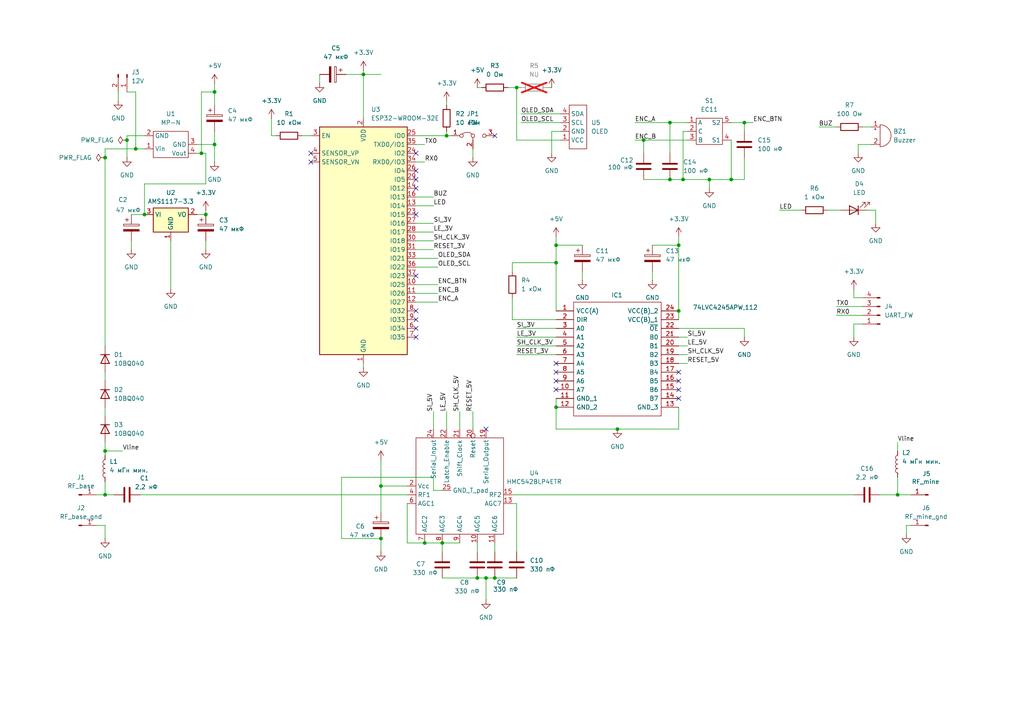
<source format=kicad_sch>
(kicad_sch (version 20231120) (generator "eeschema") (generator_version "8.0")
  (paper "A4")
  (lib_symbols
    (symbol "Alexeyj4_Library:74LVC4245APW,112" (pin_names (offset 0.762))
      (property "Reference" "IC" (at 31.75 7.62 0))
      (property "Value" "74LVC4245APW,112" (at 31.75 5.08 0))
      (symbol "74LVC4245APW,112_0_0"
        (pin passive line (at 0 0 0) (length 5.08) (name "VCC(A)") (number "1"))
        (pin passive line (at 0 -22.86 0) (length 5.08) (name "A7") (number "10"))
        (pin passive line (at 0 -25.4 0) (length 5.08) (name "GND_1") (number "11"))
        (pin passive line (at 0 -27.94 0) (length 5.08) (name "GND_2") (number "12"))
        (pin passive line (at 35.56 -27.94 180) (length 5.08) (name "GND_3") (number "13"))
        (pin passive line (at 35.56 -25.4 180) (length 5.08) (name "B7") (number "14"))
        (pin passive line (at 35.56 -22.86 180) (length 5.08) (name "B6") (number "15"))
        (pin passive line (at 35.56 -20.32 180) (length 5.08) (name "B5") (number "16"))
        (pin passive line (at 35.56 -17.78 180) (length 5.08) (name "B4") (number "17"))
        (pin passive line (at 35.56 -15.24 180) (length 5.08) (name "B3") (number "18"))
        (pin passive line (at 35.56 -12.7 180) (length 5.08) (name "B2") (number "19"))
        (pin passive line (at 0 -2.54 0) (length 5.08) (name "DIR") (number "2"))
        (pin passive line (at 35.56 -10.16 180) (length 5.08) (name "B1") (number "20"))
        (pin passive line (at 35.56 -7.62 180) (length 5.08) (name "B0") (number "21"))
        (pin passive line (at 35.56 -5.08 180) (length 5.08) (name "~{OE}") (number "22"))
        (pin passive line (at 35.56 -2.54 180) (length 5.08) (name "VCC(B)_1") (number "23"))
        (pin passive line (at 35.56 0 180) (length 5.08) (name "VCC(B)_2") (number "24"))
        (pin passive line (at 0 -5.08 0) (length 5.08) (name "A0") (number "3"))
        (pin passive line (at 0 -7.62 0) (length 5.08) (name "A1") (number "4"))
        (pin passive line (at 0 -10.16 0) (length 5.08) (name "A2") (number "5"))
        (pin passive line (at 0 -12.7 0) (length 5.08) (name "A3") (number "6"))
        (pin passive line (at 0 -15.24 0) (length 5.08) (name "A4") (number "7"))
        (pin passive line (at 0 -17.78 0) (length 5.08) (name "A5") (number "8"))
        (pin passive line (at 0 -20.32 0) (length 5.08) (name "A6") (number "9"))
      )
    )
    (symbol "Alexeyj4_Library:EC11_rotary_encoder"
      (property "Reference" "S" (at 5.334 5.842 0))
      (property "Value" "EC11" (at 6.604 3.556 0))
      (symbol "EC11_rotary_encoder_1_1"
        (pin passive line (at -2.54 -6.35 90) (length 2.54) (name "A") (number "1"))
        (pin passive line (at 0 -6.35 90) (length 2.54) (name "C") (number "2"))
        (pin passive line (at 2.54 -6.35 90) (length 2.54) (name "B") (number "3"))
        (pin passive line (at 2.54 6.35 270) (length 2.54) (name "S1") (number "4"))
        (pin passive line (at -2.54 6.35 270) (length 2.54) (name "S2") (number "5"))
      )
    )
    (symbol "Alexeyj4_Library:HMC542BLP4ETR"
      (property "Reference" "U4" (at 21.59 3.7786 0))
      (property "Value" "HMC542BLP4ETR" (at 21.59 1.2386 0))
      (symbol "HMC542BLP4ETR_1_1"
        (pin bidirectional line (at 5.08 -16.51 90) (length 2.54) (name "AGC5") (number "10"))
        (pin bidirectional line (at 10.16 -16.51 90) (length 2.54) (name "AGC6") (number "11"))
        (pin bidirectional line (at 15.24 -5.08 180) (length 2.54) (name "AGC7") (number "13"))
        (pin bidirectional line (at 15.24 -2.54 180) (length 2.54) (name "RF2") (number "15"))
        (pin output line (at 7.62 16.51 270) (length 2.54) (name "Serial_Output") (number "19"))
        (pin input line (at -15.24 0 0) (length 2.54) (name "Vcc") (number "2"))
        (pin input inverted (at 3.81 16.51 270) (length 2.54) (name "Reset") (number "20"))
        (pin input line (at 0 16.51 270) (length 2.54) (name "Shift_Clock") (number "21"))
        (pin input line (at -3.81 16.51 270) (length 2.54) (name "Latch_Enable") (number "22"))
        (pin input line (at -7.62 16.51 270) (length 2.54) (name "Serial_Input") (number "24"))
        (pin power_in line (at -5.08 -1.27 0) (length 2.54) (name "GND_T_pad") (number "25"))
        (pin bidirectional line (at -15.24 -2.54 0) (length 2.54) (name "RF1") (number "4"))
        (pin bidirectional line (at -15.24 -5.08 0) (length 2.54) (name "AGC1") (number "6"))
        (pin bidirectional line (at -10.16 -16.51 90) (length 2.54) (name "AGC2") (number "7"))
        (pin bidirectional line (at -5.08 -16.51 90) (length 2.54) (name "AGC3") (number "8"))
        (pin bidirectional line (at 0 -16.51 90) (length 2.54) (name "AGC4") (number "9"))
      )
    )
    (symbol "Alexeyj4_Library:MPN"
      (property "Reference" "U" (at 0 4.826 0))
      (property "Value" "MP-N" (at 0 0 0))
      (symbol "MPN_1_1"
        (pin power_in line (at -7.62 -1.27 0) (length 2.54) (name "Vin") (number "1"))
        (pin power_in line (at -7.62 2.54 0) (length 2.54) (name "GND") (number "2"))
        (pin passive line (at 7.62 0 180) (length 2.54) (name "GND") (number "3"))
        (pin power_out line (at 7.62 -2.54 180) (length 2.54) (name "Vout") (number "4"))
      )
    )
    (symbol "Alexeyj4_Library:OLED I2C"
      (property "Reference" "U" (at 7.112 1.016 0))
      (property "Value" "OLED" (at 8.89 -1.016 0))
      (symbol "OLED I2C_1_1"
        (pin input line (at -3.81 5.08 270) (length 2.54) (name "VCC") (number "1"))
        (pin input line (at -1.27 5.08 270) (length 2.54) (name "GND") (number "2"))
        (pin input line (at 1.27 5.08 270) (length 2.54) (name "SCL") (number "3"))
        (pin input line (at 3.81 5.08 270) (length 2.54) (name "SDA") (number "4"))
      )
    )
    (symbol "Connector:Conn_01x01_Pin" (pin_names (offset 1.016) hide)
      (property "Reference" "J" (at 0 2.54 0))
      (property "Value" "Conn_01x01_Pin" (at 0 -2.54 0))
      (symbol "Conn_01x01_Pin_1_1"
        (pin passive line (at 5.08 0 180) (length 3.81) (name "Pin_1") (number "1"))
      )
    )
    (symbol "Connector:Conn_01x02_Pin" (pin_names (offset 1.016) hide)
      (property "Reference" "J" (at 0 2.54 0))
      (property "Value" "Conn_01x02_Pin" (at 0 -5.08 0))
      (symbol "Conn_01x02_Pin_1_1"
        (pin passive line (at 5.08 0 180) (length 3.81) (name "Pin_1") (number "1"))
        (pin passive line (at 5.08 -2.54 180) (length 3.81) (name "Pin_2") (number "2"))
      )
    )
    (symbol "Connector:Conn_01x04_Pin" (pin_names (offset 1.016) hide)
      (property "Reference" "J" (at 0 5.08 0))
      (property "Value" "Conn_01x04_Pin" (at 0 -7.62 0))
      (symbol "Conn_01x04_Pin_1_1"
        (pin passive line (at 5.08 2.54 180) (length 3.81) (name "Pin_1") (number "1"))
        (pin passive line (at 5.08 0 180) (length 3.81) (name "Pin_2") (number "2"))
        (pin passive line (at 5.08 -2.54 180) (length 3.81) (name "Pin_3") (number "3"))
        (pin passive line (at 5.08 -5.08 180) (length 3.81) (name "Pin_4") (number "4"))
      )
    )
    (symbol "Device:Buzzer" (pin_names (offset 0.0254) hide)
      (property "Reference" "BZ" (at 3.81 1.27 0))
      (property "Value" "Buzzer" (at 3.81 -1.27 0))
      (symbol "Buzzer_1_1"
        (pin passive line (at -2.54 2.54 0) (length 2.54) (name "+") (number "1"))
        (pin passive line (at -2.54 -2.54 0) (length 2.54) (name "-") (number "2"))
      )
    )
    (symbol "Device:C" (pin_numbers hide) (pin_names (offset 0.254))
      (property "Reference" "C" (at 0.635 2.54 0))
      (property "Value" "C" (at 0.635 -2.54 0))
      (symbol "C_1_1"
        (pin passive line (at 0 3.81 270) (length 2.794) (name "~") (number "1"))
        (pin passive line (at 0 -3.81 90) (length 2.794) (name "~") (number "2"))
      )
    )
    (symbol "Device:C_Polarized" (pin_numbers hide) (pin_names (offset 0.254))
      (property "Reference" "C" (at 0.635 2.54 0))
      (property "Value" "C_Polarized" (at 0.635 -2.54 0))
      (symbol "C_Polarized_1_1"
        (pin passive line (at 0 3.81 270) (length 2.794) (name "~") (number "1"))
        (pin passive line (at 0 -3.81 90) (length 2.794) (name "~") (number "2"))
      )
    )
    (symbol "Device:D" (pin_numbers hide) (pin_names (offset 1.016) hide)
      (property "Reference" "D" (at 0 2.54 0))
      (property "Value" "D" (at 0 -2.54 0))
      (symbol "D_1_1"
        (pin passive line (at -3.81 0 0) (length 2.54) (name "K") (number "1"))
        (pin passive line (at 3.81 0 180) (length 2.54) (name "A") (number "2"))
      )
    )
    (symbol "Device:L" (pin_numbers hide) (pin_names (offset 1.016) hide)
      (property "Reference" "L" (at -1.27 0 90))
      (property "Value" "L" (at 1.905 0 90))
      (symbol "L_1_1"
        (pin passive line (at 0 3.81 270) (length 1.27) (name "1") (number "1"))
        (pin passive line (at 0 -3.81 90) (length 1.27) (name "2") (number "2"))
      )
    )
    (symbol "Device:LED" (pin_numbers hide) (pin_names (offset 1.016) hide)
      (property "Reference" "D" (at 0 2.54 0))
      (property "Value" "LED" (at 0 -2.54 0))
      (symbol "LED_1_1"
        (pin passive line (at -3.81 0 0) (length 2.54) (name "K") (number "1"))
        (pin passive line (at 3.81 0 180) (length 2.54) (name "A") (number "2"))
      )
    )
    (symbol "Device:R" (pin_numbers hide) (pin_names (offset 0))
      (property "Reference" "R" (at 2.032 0 90))
      (property "Value" "R" (at 0 0 90))
      (symbol "R_1_1"
        (pin passive line (at 0 3.81 270) (length 1.27) (name "~") (number "1"))
        (pin passive line (at 0 -3.81 90) (length 1.27) (name "~") (number "2"))
      )
    )
    (symbol "Jumper:Jumper_3_Bridged12" (pin_names (offset 0) hide) (exclude_from_sim yes) (in_bom no)
      (property "Reference" "JP" (at -2.54 -2.54 0))
      (property "Value" "Jumper_3_Bridged12" (at 0 2.794 0))
      (symbol "Jumper_3_Bridged12_1_1"
        (pin passive line (at -6.35 0 0) (length 2.54) (name "A") (number "1"))
        (pin passive line (at 0 -3.81 90) (length 2.54) (name "C") (number "2"))
        (pin passive line (at 6.35 0 180) (length 2.54) (name "B") (number "3"))
      )
    )
    (symbol "RF_Module:ESP32-WROOM-32E"
      (property "Reference" "U" (at -12.7 34.29 0))
      (property "Value" "ESP32-WROOM-32E" (at 1.27 34.29 0))
      (symbol "ESP32-WROOM-32E_1_1"
        (pin power_in line (at 0 -35.56 90) (length 2.54) (name "GND") (number "1"))
        (pin bidirectional line (at 15.24 -12.7 180) (length 2.54) (name "IO25") (number "10"))
        (pin bidirectional line (at 15.24 -15.24 180) (length 2.54) (name "IO26") (number "11"))
        (pin bidirectional line (at 15.24 -17.78 180) (length 2.54) (name "IO27") (number "12"))
        (pin bidirectional line (at 15.24 10.16 180) (length 2.54) (name "IO14") (number "13"))
        (pin bidirectional line (at 15.24 15.24 180) (length 2.54) (name "IO12") (number "14"))
        (pin passive line (at 0 -35.56 90) (length 2.54) hide (name "GND") (number "15"))
        (pin bidirectional line (at 15.24 12.7 180) (length 2.54) (name "IO13") (number "16"))
        (pin no_connect line (at -12.7 -5.08 0) (length 2.54) hide (name "NC") (number "17"))
        (pin no_connect line (at -12.7 -7.62 0) (length 2.54) hide (name "NC") (number "18"))
        (pin no_connect line (at -12.7 -12.7 0) (length 2.54) hide (name "NC") (number "19"))
        (pin power_in line (at 0 35.56 270) (length 2.54) (name "VDD") (number "2"))
        (pin no_connect line (at -12.7 -10.16 0) (length 2.54) hide (name "NC") (number "20"))
        (pin no_connect line (at -12.7 0 0) (length 2.54) hide (name "NC") (number "21"))
        (pin no_connect line (at -12.7 -2.54 0) (length 2.54) hide (name "NC") (number "22"))
        (pin bidirectional line (at 15.24 7.62 180) (length 2.54) (name "IO15") (number "23"))
        (pin bidirectional line (at 15.24 25.4 180) (length 2.54) (name "IO2") (number "24"))
        (pin bidirectional line (at 15.24 30.48 180) (length 2.54) (name "IO0") (number "25"))
        (pin bidirectional line (at 15.24 20.32 180) (length 2.54) (name "IO4") (number "26"))
        (pin bidirectional line (at 15.24 5.08 180) (length 2.54) (name "IO16") (number "27"))
        (pin bidirectional line (at 15.24 2.54 180) (length 2.54) (name "IO17") (number "28"))
        (pin bidirectional line (at 15.24 17.78 180) (length 2.54) (name "IO5") (number "29"))
        (pin input line (at -15.24 30.48 0) (length 2.54) (name "EN") (number "3"))
        (pin bidirectional line (at 15.24 0 180) (length 2.54) (name "IO18") (number "30"))
        (pin bidirectional line (at 15.24 -2.54 180) (length 2.54) (name "IO19") (number "31"))
        (pin no_connect line (at -12.7 -27.94 0) (length 2.54) hide (name "NC") (number "32"))
        (pin bidirectional line (at 15.24 -5.08 180) (length 2.54) (name "IO21") (number "33"))
        (pin bidirectional line (at 15.24 22.86 180) (length 2.54) (name "RXD0/IO3") (number "34"))
        (pin bidirectional line (at 15.24 27.94 180) (length 2.54) (name "TXD0/IO1") (number "35"))
        (pin bidirectional line (at 15.24 -7.62 180) (length 2.54) (name "IO22") (number "36"))
        (pin bidirectional line (at 15.24 -10.16 180) (length 2.54) (name "IO23") (number "37"))
        (pin passive line (at 0 -35.56 90) (length 2.54) hide (name "GND") (number "38"))
        (pin passive line (at 0 -35.56 90) (length 2.54) hide (name "GND") (number "39"))
        (pin input line (at -15.24 25.4 0) (length 2.54) (name "SENSOR_VP") (number "4"))
        (pin input line (at -15.24 22.86 0) (length 2.54) (name "SENSOR_VN") (number "5"))
        (pin input line (at 15.24 -25.4 180) (length 2.54) (name "IO34") (number "6"))
        (pin input line (at 15.24 -27.94 180) (length 2.54) (name "IO35") (number "7"))
        (pin bidirectional line (at 15.24 -20.32 180) (length 2.54) (name "IO32") (number "8"))
        (pin bidirectional line (at 15.24 -22.86 180) (length 2.54) (name "IO33") (number "9"))
      )
    )
    (symbol "Regulator_Linear:AMS1117-3.3"
      (property "Reference" "U" (at -3.81 3.175 0))
      (property "Value" "AMS1117-3.3" (at 0 3.175 0))
      (symbol "AMS1117-3.3_1_1"
        (pin power_in line (at 0 -7.62 90) (length 2.54) (name "GND") (number "1"))
        (pin power_out line (at 7.62 0 180) (length 2.54) (name "VO") (number "2"))
        (pin power_in line (at -7.62 0 0) (length 2.54) (name "VI") (number "3"))
      )
    )
    (symbol "power:+3.3V" (power) (pin_numbers hide) (pin_names (offset 0) hide)
      (property "Value" "+3.3V" (at 0 3.556 0))
      (symbol "+3.3V_1_1"
        (pin power_in line (at 0 0 90) (length 0) (name "~") (number "1"))
      )
    )
    (symbol "power:+5V" (power) (pin_numbers hide) (pin_names (offset 0) hide)
      (property "Value" "+5V" (at 0 3.556 0))
      (symbol "+5V_1_1"
        (pin power_in line (at 0 0 90) (length 0) (name "~") (number "1"))
      )
    )
    (symbol "power:GND" (power) (pin_numbers hide) (pin_names (offset 0) hide)
      (property "Value" "GND" (at 0 -3.81 0))
      (symbol "GND_1_1"
        (pin power_in line (at 0 0 270) (length 0) (name "~") (number "1"))
      )
    )
    (symbol "power:PWR_FLAG" (power) (pin_numbers hide) (pin_names (offset 0) hide)
      (property "Value" "PWR_FLAG" (at 0 3.81 0))
      (symbol "PWR_FLAG_0_0"
        (pin power_out line (at 0 0 90) (length 0) (name "~") (number "1"))
      )
    )
  )
  (junction (at 161.29 76.2))
  (junction (at 128.27 157.48))
  (junction (at 215.9 35.56))
  (junction (at 41.91 62.23))
  (junction (at 140.97 167.64))
  (junction (at 59.69 62.23))
  (junction (at 30.48 45.72))
  (junction (at 39.37 43.18))
  (junction (at 194.31 52.07))
  (junction (at 110.49 140.97))
  (junction (at 58.42 44.45))
  (junction (at 149.86 25.4))
  (junction (at 161.29 71.12))
  (junction (at 62.23 41.91))
  (junction (at 196.85 71.12))
  (junction (at 30.48 143.51))
  (junction (at 129.54 39.37))
  (junction (at 105.41 21.59))
  (junction (at 196.85 90.17))
  (junction (at 198.12 52.07))
  (junction (at 138.43 167.64))
  (junction (at 62.23 26.67))
  (junction (at 110.49 156.21))
  (junction (at 194.31 35.56))
  (junction (at 212.09 52.07))
  (junction (at 260.35 143.51))
  (junction (at 205.74 52.07))
  (junction (at 123.19 157.48))
  (junction (at 143.51 167.64))
  (junction (at 179.07 124.46))
  (junction (at 161.29 118.11))
  (junction (at 36.83 40.64))
  (junction (at 186.69 40.64))
  (junction (at 30.48 130.81))
  (no_connect (at 120.65 97.79))
  (no_connect (at 120.65 62.23))
  (no_connect (at 196.85 113.03))
  (no_connect (at 161.29 105.41))
  (no_connect (at 140.97 124.46))
  (no_connect (at 120.65 52.07))
  (no_connect (at 120.65 80.01))
  (no_connect (at 196.85 110.49))
  (no_connect (at 161.29 107.95))
  (no_connect (at 120.65 95.25))
  (no_connect (at 120.65 44.45))
  (no_connect (at 120.65 49.53))
  (no_connect (at 161.29 113.03))
  (no_connect (at 143.51 39.37))
  (no_connect (at 90.17 44.45))
  (no_connect (at 120.65 92.71))
  (no_connect (at 90.17 46.99))
  (no_connect (at 196.85 107.95))
  (no_connect (at 120.65 90.17))
  (no_connect (at 120.65 54.61))
  (no_connect (at 196.85 115.57))
  (no_connect (at 161.29 110.49))
  (wire (pts (xy 194.31 35.56) (xy 199.39 35.56)))
  (wire (pts (xy 125.73 138.43) (xy 99.06 138.43)))
  (wire (pts (xy 118.11 140.97) (xy 110.49 140.97)))
  (wire (pts (xy 168.91 78.74) (xy 168.91 81.28)))
  (wire (pts (xy 138.43 167.64) (xy 140.97 167.64)))
  (wire (pts (xy 212.09 40.64) (xy 212.09 52.07)))
  (wire (pts (xy 59.69 60.96) (xy 59.69 62.23)))
  (wire (pts (xy 196.85 90.17) (xy 196.85 92.71)))
  (wire (pts (xy 110.49 133.35) (xy 110.49 140.97)))
  (wire (pts (xy 137.16 119.38) (xy 137.16 124.46)))
  (wire (pts (xy 237.49 36.83) (xy 242.57 36.83)))
  (wire (pts (xy 212.09 52.07) (xy 205.74 52.07)))
  (wire (pts (xy 255.27 143.51) (xy 260.35 143.51)))
  (wire (pts (xy 212.09 35.56) (xy 215.9 35.56)))
  (wire (pts (xy 110.49 21.59) (xy 105.41 21.59)))
  (wire (pts (xy 247.65 93.98) (xy 247.65 97.79)))
  (wire (pts (xy 99.06 156.21) (xy 110.49 156.21)))
  (wire (pts (xy 196.85 124.46) (xy 179.07 124.46)))
  (wire (pts (xy 59.69 44.45) (xy 58.42 44.45)))
  (wire (pts (xy 129.54 38.1) (xy 129.54 39.37)))
  (wire (pts (xy 30.48 43.18) (xy 39.37 43.18)))
  (wire (pts (xy 125.73 142.24) (xy 125.73 138.43)))
  (wire (pts (xy 151.13 33.02) (xy 162.56 33.02)))
  (wire (pts (xy 148.59 86.36) (xy 148.59 92.71)))
  (wire (pts (xy 92.71 21.59) (xy 92.71 24.13)))
  (wire (pts (xy 161.29 118.11) (xy 161.29 124.46)))
  (wire (pts (xy 143.51 157.48) (xy 143.51 160.02)))
  (wire (pts (xy 161.29 71.12) (xy 168.91 71.12)))
  (wire (pts (xy 120.65 77.47) (xy 127 77.47)))
  (wire (pts (xy 248.92 44.45) (xy 248.92 41.91)))
  (wire (pts (xy 149.86 25.4) (xy 149.86 40.64)))
  (wire (pts (xy 120.65 57.15) (xy 125.73 57.15)))
  (wire (pts (xy 41.91 53.34) (xy 41.91 62.23)))
  (wire (pts (xy 120.65 87.63) (xy 127 87.63)))
  (wire (pts (xy 161.29 76.2) (xy 161.29 90.17)))
  (wire (pts (xy 62.23 38.1) (xy 62.23 41.91)))
  (wire (pts (xy 110.49 140.97) (xy 110.49 148.59)))
  (wire (pts (xy 189.23 78.74) (xy 189.23 81.28)))
  (wire (pts (xy 149.86 146.05) (xy 149.86 160.02)))
  (wire (pts (xy 30.48 152.4) (xy 30.48 156.21)))
  (wire (pts (xy 30.48 143.51) (xy 33.02 143.51)))
  (wire (pts (xy 80.01 39.37) (xy 78.74 39.37)))
  (wire (pts (xy 30.48 139.7) (xy 30.48 143.51)))
  (wire (pts (xy 100.33 21.59) (xy 105.41 21.59)))
  (wire (pts (xy 59.69 44.45) (xy 59.69 53.34)))
  (wire (pts (xy 129.54 29.21) (xy 129.54 30.48)))
  (wire (pts (xy 186.69 40.64) (xy 186.69 44.45)))
  (wire (pts (xy 247.65 83.82) (xy 247.65 86.36)))
  (wire (pts (xy 138.43 25.4) (xy 139.7 25.4)))
  (wire (pts (xy 161.29 115.57) (xy 161.29 118.11)))
  (wire (pts (xy 194.31 52.07) (xy 198.12 52.07)))
  (wire (pts (xy 140.97 167.64) (xy 140.97 173.99)))
  (wire (pts (xy 128.27 157.48) (xy 128.27 160.02)))
  (wire (pts (xy 62.23 26.67) (xy 62.23 30.48)))
  (wire (pts (xy 186.69 40.64) (xy 199.39 40.64)))
  (wire (pts (xy 129.54 119.38) (xy 129.54 124.46)))
  (wire (pts (xy 138.43 157.48) (xy 138.43 160.02)))
  (wire (pts (xy 248.92 41.91) (xy 252.73 41.91)))
  (wire (pts (xy 41.91 39.37) (xy 36.83 39.37)))
  (wire (pts (xy 149.86 102.87) (xy 161.29 102.87)))
  (wire (pts (xy 120.65 74.93) (xy 127 74.93)))
  (wire (pts (xy 30.48 107.95) (xy 30.48 110.49)))
  (wire (pts (xy 215.9 52.07) (xy 212.09 52.07)))
  (wire (pts (xy 110.49 156.21) (xy 110.49 160.02)))
  (wire (pts (xy 198.12 38.1) (xy 199.39 38.1)))
  (wire (pts (xy 39.37 43.18) (xy 39.37 26.67)))
  (wire (pts (xy 149.86 97.79) (xy 161.29 97.79)))
  (wire (pts (xy 215.9 35.56) (xy 215.9 38.1)))
  (wire (pts (xy 240.03 60.96) (xy 243.84 60.96)))
  (wire (pts (xy 30.48 45.72) (xy 30.48 43.18)))
  (wire (pts (xy 128.27 167.64) (xy 138.43 167.64)))
  (wire (pts (xy 189.23 71.12) (xy 196.85 71.12)))
  (wire (pts (xy 120.65 82.55) (xy 127 82.55)))
  (wire (pts (xy 215.9 35.56) (xy 218.44 35.56)))
  (wire (pts (xy 143.51 167.64) (xy 149.86 167.64)))
  (wire (pts (xy 34.29 26.67) (xy 34.29 29.21)))
  (wire (pts (xy 264.16 152.4) (xy 262.89 152.4)))
  (wire (pts (xy 123.19 157.48) (xy 128.27 157.48)))
  (wire (pts (xy 254 64.77) (xy 254 60.96)))
  (wire (pts (xy 120.65 64.77) (xy 125.73 64.77)))
  (wire (pts (xy 161.29 71.12) (xy 161.29 76.2)))
  (wire (pts (xy 196.85 97.79) (xy 199.39 97.79)))
  (wire (pts (xy 58.42 26.67) (xy 62.23 26.67)))
  (wire (pts (xy 196.85 100.33) (xy 199.39 100.33)))
  (wire (pts (xy 125.73 119.38) (xy 125.73 124.46)))
  (wire (pts (xy 120.65 69.85) (xy 125.73 69.85)))
  (wire (pts (xy 118.11 157.48) (xy 123.19 157.48)))
  (wire (pts (xy 62.23 46.99) (xy 62.23 41.91)))
  (wire (pts (xy 30.48 128.27) (xy 30.48 130.81)))
  (wire (pts (xy 158.75 25.4) (xy 160.02 25.4)))
  (wire (pts (xy 148.59 92.71) (xy 161.29 92.71)))
  (wire (pts (xy 196.85 102.87) (xy 199.39 102.87)))
  (wire (pts (xy 186.69 52.07) (xy 194.31 52.07)))
  (wire (pts (xy 196.85 95.25) (xy 215.9 95.25)))
  (wire (pts (xy 149.86 100.33) (xy 161.29 100.33)))
  (wire (pts (xy 262.89 152.4) (xy 262.89 154.94)))
  (wire (pts (xy 118.11 146.05) (xy 118.11 157.48)))
  (wire (pts (xy 149.86 95.25) (xy 161.29 95.25)))
  (wire (pts (xy 184.15 35.56) (xy 194.31 35.56)))
  (wire (pts (xy 148.59 78.74) (xy 148.59 76.2)))
  (wire (pts (xy 196.85 118.11) (xy 196.85 124.46)))
  (wire (pts (xy 194.31 35.56) (xy 194.31 44.45)))
  (wire (pts (xy 161.29 68.58) (xy 161.29 71.12)))
  (wire (pts (xy 250.19 36.83) (xy 252.73 36.83)))
  (wire (pts (xy 205.74 52.07) (xy 198.12 52.07)))
  (wire (pts (xy 133.35 119.38) (xy 133.35 124.46)))
  (wire (pts (xy 30.48 100.33) (xy 30.48 45.72)))
  (wire (pts (xy 120.65 39.37) (xy 129.54 39.37)))
  (wire (pts (xy 250.19 93.98) (xy 247.65 93.98)))
  (wire (pts (xy 120.65 67.31) (xy 125.73 67.31)))
  (wire (pts (xy 162.56 40.64) (xy 149.86 40.64)))
  (wire (pts (xy 196.85 105.41) (xy 199.39 105.41)))
  (wire (pts (xy 40.64 143.51) (xy 118.11 143.51)))
  (wire (pts (xy 62.23 24.13) (xy 62.23 26.67)))
  (wire (pts (xy 196.85 68.58) (xy 196.85 71.12)))
  (wire (pts (xy 30.48 118.11) (xy 30.48 120.65)))
  (wire (pts (xy 148.59 146.05) (xy 149.86 146.05)))
  (wire (pts (xy 161.29 124.46) (xy 179.07 124.46)))
  (wire (pts (xy 105.41 105.41) (xy 105.41 106.68)))
  (wire (pts (xy 120.65 59.69) (xy 125.73 59.69)))
  (wire (pts (xy 27.94 143.51) (xy 30.48 143.51)))
  (wire (pts (xy 78.74 34.29) (xy 78.74 39.37)))
  (wire (pts (xy 36.83 39.37) (xy 36.83 40.64)))
  (wire (pts (xy 149.86 25.4) (xy 151.13 25.4)))
  (wire (pts (xy 105.41 21.59) (xy 105.41 34.29)))
  (wire (pts (xy 250.19 86.36) (xy 247.65 86.36)))
  (wire (pts (xy 128.27 157.48) (xy 133.35 157.48)))
  (wire (pts (xy 49.53 69.85) (xy 49.53 83.82)))
  (wire (pts (xy 148.59 143.51) (xy 247.65 143.51)))
  (wire (pts (xy 128.27 142.24) (xy 125.73 142.24)))
  (wire (pts (xy 41.91 43.18) (xy 39.37 43.18)))
  (wire (pts (xy 160.02 38.1) (xy 160.02 44.45)))
  (wire (pts (xy 57.15 62.23) (xy 59.69 62.23)))
  (wire (pts (xy 36.83 40.64) (xy 36.83 45.72)))
  (wire (pts (xy 260.35 128.27) (xy 260.35 130.81)))
  (wire (pts (xy 41.91 53.34) (xy 59.69 53.34)))
  (wire (pts (xy 242.57 91.44) (xy 250.19 91.44)))
  (wire (pts (xy 242.57 88.9) (xy 250.19 88.9)))
  (wire (pts (xy 215.9 45.72) (xy 215.9 52.07)))
  (wire (pts (xy 184.15 40.64) (xy 186.69 40.64)))
  (wire (pts (xy 215.9 95.25) (xy 215.9 97.79)))
  (wire (pts (xy 59.69 69.85) (xy 59.69 72.39)))
  (wire (pts (xy 39.37 26.67) (xy 36.83 26.67)))
  (wire (pts (xy 58.42 44.45) (xy 57.15 44.45)))
  (wire (pts (xy 105.41 20.32) (xy 105.41 21.59)))
  (wire (pts (xy 27.94 152.4) (xy 30.48 152.4)))
  (wire (pts (xy 196.85 71.12) (xy 196.85 90.17)))
  (wire (pts (xy 120.65 72.39) (xy 125.73 72.39)))
  (wire (pts (xy 198.12 52.07) (xy 198.12 38.1)))
  (wire (pts (xy 205.74 52.07) (xy 205.74 54.61)))
  (wire (pts (xy 148.59 76.2) (xy 161.29 76.2)))
  (wire (pts (xy 58.42 44.45) (xy 58.42 26.67)))
  (wire (pts (xy 87.63 39.37) (xy 90.17 39.37)))
  (wire (pts (xy 62.23 41.91) (xy 57.15 41.91)))
  (wire (pts (xy 38.1 62.23) (xy 41.91 62.23)))
  (wire (pts (xy 137.16 43.18) (xy 137.16 45.72)))
  (wire (pts (xy 151.13 35.56) (xy 162.56 35.56)))
  (wire (pts (xy 30.48 130.81) (xy 30.48 132.08)))
  (wire (pts (xy 129.54 39.37) (xy 130.81 39.37)))
  (wire (pts (xy 260.35 143.51) (xy 264.16 143.51)))
  (wire (pts (xy 260.35 138.43) (xy 260.35 143.51)))
  (wire (pts (xy 120.65 41.91) (xy 123.19 41.91)))
  (wire (pts (xy 254 60.96) (xy 251.46 60.96)))
  (wire (pts (xy 120.65 85.09) (xy 127 85.09)))
  (wire (pts (xy 147.32 25.4) (xy 149.86 25.4)))
  (wire (pts (xy 120.65 46.99) (xy 123.19 46.99)))
  (wire (pts (xy 162.56 38.1) (xy 160.02 38.1)))
  (wire (pts (xy 38.1 69.85) (xy 38.1 72.39)))
  (wire (pts (xy 30.48 130.81) (xy 35.56 130.81)))
  (wire (pts (xy 99.06 138.43) (xy 99.06 156.21)))
  (wire (pts (xy 140.97 167.64) (xy 143.51 167.64)))
  (wire (pts (xy 226.06 60.96) (xy 232.41 60.96)))
  (label "RX0" (at 242.57 91.44 0))
  (label "Vline" (at 35.56 130.81 0))
  (label "ENC_B" (at 127 85.09 0))
  (label "ENC_BTN" (at 218.44 35.56 0))
  (label "OLED_SCL" (at 151.13 35.56 0))
  (label "SH_CLK_5V" (at 199.39 102.87 0))
  (label "OLED_SDA" (at 127 74.93 0))
  (label "BUZ" (at 237.49 36.83 0))
  (label "RESET_5V" (at 137.16 119.38 90))
  (label "LE_5V" (at 199.39 100.33 0))
  (label "OLED_SCL" (at 127 77.47 0))
  (label "Vline" (at 260.35 128.27 0))
  (label "RX0" (at 123.19 46.99 0))
  (label "TX0" (at 242.57 88.9 0))
  (label "TX0" (at 123.19 41.91 0))
  (label "SH_CLK_3V" (at 125.73 69.85 0))
  (label "BUZ" (at 125.73 57.15 0))
  (label "SH_CLK_5V" (at 133.35 119.38 90))
  (label "ENC_A" (at 184.15 35.56 0))
  (label "LED" (at 226.06 60.96 0))
  (label "SH_CLK_3V" (at 149.86 100.33 0))
  (label "OLED_SDA" (at 151.13 33.02 0))
  (label "RESET_3V" (at 125.73 72.39 0))
  (label "LED" (at 125.73 59.69 0))
  (label "LE_5V" (at 129.54 119.38 90))
  (label "SI_3V" (at 125.73 64.77 0))
  (label "SI_5V" (at 125.73 119.38 90))
  (label "SI_5V" (at 199.39 97.79 0))
  (label "RESET_3V" (at 149.86 102.87 0))
  (label "SI_3V" (at 149.86 95.25 0))
  (label "ENC_BTN" (at 127 82.55 0))
  (label "ENC_B" (at 184.15 40.64 0))
  (label "RESET_5V" (at 199.39 105.41 0))
  (label "LE_3V" (at 149.86 97.79 0))
  (label "LE_3V" (at 125.73 67.31 0))
  (label "ENC_A" (at 127 87.63 0))
  (symbol (lib_id "Device:C_Polarized") (at 96.52 21.59 270) (unit 1)
    (property "Reference" "C5" (at 97.409 13.97 90))
    (property "Value" "47 мкФ" (at 97.409 16.51 90))
    (property "Footprint" "Capacitor_Tantalum_SMD:CP_EIA-7343-31_Kemet-D_Pad2.25x2.55mm_HandSolder" (effects (hide yes)))
    (property "Description" "Polarized capacitor" (effects (hide yes)))
  )
  (symbol (lib_id "power:GND") (at 36.83 45.72 0) (unit 1)
    (property "Reference" "#PWR03" (effects (hide yes)))
    (property "Value" "GND" (at 36.83 50.8 0))
    (property "Description" "Power symbol creates a global label with name \"GND\" , ground" (effects (hide yes)))
  )
  (symbol (lib_id "power:+3.3V") (at 59.69 60.96 0) (unit 1)
    (property "Reference" "#PWR06" (effects (hide yes)))
    (property "Value" "+3.3V" (at 59.69 55.88 0))
    (property "Description" "Power symbol creates a global label with name \"+3.3V\"" (effects (hide yes)))
  )
  (symbol (lib_id "power:GND") (at 247.65 97.79 0) (unit 1)
    (property "Reference" "#PWR029" (effects (hide yes)))
    (property "Value" "GND" (at 247.65 102.87 0))
    (property "Description" "Power symbol creates a global label with name \"GND\" , ground" (effects (hide yes)))
  )
  (symbol (lib_id "power:GND") (at 92.71 24.13 0) (unit 1)
    (property "Reference" "#PWR011" (effects (hide yes)))
    (property "Value" "GND" (at 92.71 29.21 0))
    (property "Description" "Power symbol creates a global label with name \"GND\" , ground" (effects (hide yes)))
  )
  (symbol (lib_id "Device:Buzzer") (at 255.27 39.37 0) (unit 1)
    (property "Reference" "BZ1" (at 259.08 38.0999 0) (effects (justify left)))
    (property "Value" "Buzzer" (at 259.08 40.6399 0) (effects (justify left)))
    (property "Footprint" "Alexeyj4:HC0903A" (effects (hide yes)))
    (property "Description" "Buzzer, polarized" (effects (hide yes)))
  )
  (symbol (lib_id "power:GND") (at 59.69 72.39 0) (unit 1)
    (property "Reference" "#PWR07" (effects (hide yes)))
    (property "Value" "GND" (at 59.69 77.47 0))
    (property "Description" "Power symbol creates a global label with name \"GND\" , ground" (effects (hide yes)))
  )
  (symbol (lib_id "Device:D") (at 30.48 114.3 270) (unit 1)
    (property "Reference" "D2" (at 33.02 113.0299 90) (effects (justify left)))
    (property "Value" "10BQ040" (at 33.02 115.5699 90) (effects (justify left)))
    (property "Footprint" "Diode_SMD:D_SMB_Handsoldering" (effects (hide yes)))
    (property "Description" "Diode" (effects (hide yes)))
    (property "Sim.Device" "D" (effects (hide yes)))
    (property "Sim.Pins" "1=K 2=A" (effects (hide yes)))
  )
  (symbol (lib_id "power:GND") (at 168.91 81.28 0) (unit 1)
    (property "Reference" "#PWR022" (effects (hide yes)))
    (property "Value" "GND" (at 168.91 86.36 0))
    (property "Description" "Power symbol creates a global label with name \"GND\" , ground" (effects (hide yes)))
  )
  (symbol (lib_id "power:+3.3V") (at 129.54 29.21 0) (unit 1)
    (property "Reference" "#PWR015" (effects (hide yes)))
    (property "Value" "+3.3V" (at 129.54 24.13 0))
    (property "Description" "Power symbol creates a global label with name \"+3.3V\"" (effects (hide yes)))
  )
  (symbol (lib_id "Regulator_Linear:AMS1117-3.3") (at 49.53 62.23 0) (unit 1)
    (property "Reference" "U2" (at 49.53 55.88 0))
    (property "Value" "AMS1117-3.3" (at 49.53 58.42 0))
    (property "Footprint" "Package_TO_SOT_SMD:SOT-223-3_TabPin2" (effects (hide yes)))
    (property "Datasheet" "http://www.advanced-monolithic.com/pdf/ds1117.pdf" (effects (hide yes)))
    (property "Description" "1A Low Dropout regulator, positive, 3.3V fixed output, SOT-223" (effects (hide yes)))
  )
  (symbol (lib_id "Device:R") (at 246.38 36.83 90) (unit 1)
    (property "Reference" "R7" (at 246.38 30.48 90))
    (property "Value" "100 Ом" (at 246.38 33.02 90))
    (property "Footprint" "Resistor_SMD:R_0805_2012Metric_Pad1.20x1.40mm_HandSolder" (effects (hide yes)))
    (property "Description" "Resistor" (effects (hide yes)))
  )
  (symbol (lib_id "power:+3.3V") (at 196.85 68.58 0) (unit 1)
    (property "Reference" "#PWR025" (effects (hide yes)))
    (property "Value" "+3.3V" (at 196.85 63.5 0))
    (property "Description" "Power symbol creates a global label with name \"+3.3V\"" (effects (hide yes)))
  )
  (symbol (lib_id "power:GND") (at 110.49 160.02 0) (unit 1)
    (property "Reference" "#PWR014" (effects (hide yes)))
    (property "Value" "GND" (at 110.49 165.1 0))
    (property "Description" "Power symbol creates a global label with name \"GND\" , ground" (effects (hide yes)))
  )
  (symbol (lib_id "Device:L") (at 30.48 135.89 180) (unit 1)
    (property "Reference" "L1" (at 31.75 133.858 0) (effects (justify right)))
    (property "Value" "4 мГн мин." (at 31.75 136.398 0) (effects (justify right)))
    (property "Footprint" "Inductor_THT:L_Axial_L24.0mm_D7.1mm_P30.48mm_Horizontal_Vishay_IM-10-28" (effects (hide yes)))
    (property "Description" "Inductor" (effects (hide yes)))
  )
  (symbol (lib_id "power:+3.3V") (at 247.65 83.82 0) (unit 1)
    (property "Reference" "#PWR028" (effects (hide yes)))
    (property "Value" "+3.3V" (at 247.65 78.74 0))
    (property "Description" "Power symbol creates a global label with name \"+3.3V\"" (effects (hide yes)))
  )
  (symbol (lib_id "power:GND") (at 62.23 46.99 0) (unit 1)
    (property "Reference" "#PWR09" (effects (hide yes)))
    (property "Value" "GND" (at 62.23 52.07 0))
    (property "Description" "Power symbol creates a global label with name \"GND\" , ground" (effects (hide yes)))
  )
  (symbol (lib_id "Device:R") (at 236.22 60.96 90) (unit 1)
    (property "Reference" "R6" (at 236.22 54.61 90))
    (property "Value" "1 кОм" (at 236.22 57.15 90))
    (property "Footprint" "Resistor_SMD:R_0805_2012Metric_Pad1.20x1.40mm_HandSolder" (effects (hide yes)))
    (property "Description" "Resistor" (effects (hide yes)))
  )
  (symbol (lib_id "Connector:Conn_01x04_Pin") (at 255.27 91.44 180) (unit 1)
    (property "Reference" "J4" (at 256.54 88.8999 0) (effects (justify right)))
    (property "Value" "UART_FW" (at 256.54 91.4399 0) (effects (justify right)))
    (property "Footprint" "Connector_PinHeader_2.54mm:PinHeader_1x04_P2.54mm_Vertical" (effects (hide yes)))
    (property "Description" "Generic connector, single row, 01x04, script generated" (effects (hide yes)))
  )
  (symbol (lib_id "Device:C_Polarized") (at 168.91 74.93 0) (unit 1)
    (property "Reference" "C11" (at 172.72 72.7709 0) (effects (justify left)))
    (property "Value" "47 мкФ" (at 172.72 75.3109 0) (effects (justify left)))
    (property "Footprint" "Capacitor_Tantalum_SMD:CP_EIA-7343-31_Kemet-D_Pad2.25x2.55mm_HandSolder" (effects (hide yes)))
    (property "Description" "Polarized capacitor" (effects (hide yes)))
  )
  (symbol (lib_id "Device:C") (at 194.31 48.26 0) (unit 1)
    (property "Reference" "C14" (at 198.12 46.9899 0) (effects (justify left)))
    (property "Value" "100 нФ" (at 198.12 49.5299 0) (effects (justify left)))
    (property "Footprint" "Capacitor_SMD:C_0805_2012Metric_Pad1.18x1.45mm_HandSolder" (effects (hide yes)))
    (property "Description" "Unpolarized capacitor" (effects (hide yes)))
  )
  (symbol (lib_id "Device:C") (at 251.46 143.51 270) (unit 1)
    (property "Reference" "C16" (at 251.46 135.89 90))
    (property "Value" "2,2 нФ" (at 251.46 138.43 90))
    (property "Footprint" "Capacitor_THT:C_Disc_D10.0mm_W2.5mm_P5.00mm" (effects (hide yes)))
    (property "Description" "Unpolarized capacitor" (effects (hide yes)))
  )
  (symbol (lib_id "Connector:Conn_01x01_Pin") (at 269.24 152.4 180) (unit 1)
    (property "Reference" "J6" (at 268.605 147.32 0))
    (property "Value" "RF_mine_gnd" (at 268.605 149.86 0))
    (property "Footprint" "TestPoint:TestPoint_Pad_1.0x1.0mm" (effects (hide yes)))
    (property "Description" "Generic connector, single row, 01x01, script generated" (effects (hide yes)))
  )
  (symbol (lib_id "Device:C_Polarized") (at 38.1 66.04 0) (unit 1)
    (property "Reference" "C2" (at 34.29 57.912 0) (effects (justify left)))
    (property "Value" "47 мкФ" (at 33.528 60.96 0) (effects (justify left)))
    (property "Footprint" "Capacitor_Tantalum_SMD:CP_EIA-7343-31_Kemet-D_Pad2.25x2.55mm_HandSolder" (effects (hide yes)))
    (property "Description" "Polarized capacitor" (effects (hide yes)))
  )
  (symbol (lib_id "power:PWR_FLAG") (at 30.48 45.72 90) (unit 1)
    (property "Reference" "#FLG02" (effects (hide yes)))
    (property "Value" "PWR_FLAG" (at 26.67 45.7199 90) (effects (justify left)))
    (property "Description" "Special symbol for telling ERC where power comes from" (effects (hide yes)))
  )
  (symbol (lib_id "Device:R") (at 143.51 25.4 90) (unit 1)
    (property "Reference" "R3" (at 143.51 19.05 90))
    (property "Value" "0 Ом" (at 143.51 21.59 90))
    (property "Footprint" "Resistor_SMD:R_0805_2012Metric_Pad1.20x1.40mm_HandSolder" (effects (hide yes)))
    (property "Description" "Resistor" (effects (hide yes)))
  )
  (symbol (lib_id "Device:C") (at 128.27 163.83 0) (unit 1)
    (property "Reference" "C7" (at 120.65 163.576 0) (effects (justify left)))
    (property "Value" "330 пФ" (at 119.634 166.116 0) (effects (justify left)))
    (property "Footprint" "Capacitor_SMD:C_0805_2012Metric_Pad1.18x1.45mm_HandSolder" (effects (hide yes)))
    (property "Description" "Unpolarized capacitor" (effects (hide yes)))
  )
  (symbol (lib_id "power:GND") (at 179.07 124.46 0) (unit 1)
    (property "Reference" "#PWR023" (effects (hide yes)))
    (property "Value" "GND" (at 179.07 129.54 0))
    (property "Description" "Power symbol creates a global label with name \"GND\" , ground" (effects (hide yes)))
  )
  (symbol (lib_id "Device:C") (at 143.51 163.83 0) (unit 1)
    (property "Reference" "C9" (at 144.018 168.91 0) (effects (justify left)))
    (property "Value" "330 пФ" (at 143.002 170.942 0) (effects (justify left)))
    (property "Footprint" "Capacitor_SMD:C_0805_2012Metric_Pad1.18x1.45mm_HandSolder" (effects (hide yes)))
    (property "Description" "Unpolarized capacitor" (effects (hide yes)))
  )
  (symbol (lib_id "Device:D") (at 30.48 124.46 270) (unit 1)
    (property "Reference" "D3" (at 33.02 123.1899 90) (effects (justify left)))
    (property "Value" "10BQ040" (at 33.02 125.7299 90) (effects (justify left)))
    (property "Footprint" "Diode_SMD:D_SMB_Handsoldering" (effects (hide yes)))
    (property "Description" "Diode" (effects (hide yes)))
    (property "Sim.Device" "D" (effects (hide yes)))
    (property "Sim.Pins" "1=K 2=A" (effects (hide yes)))
  )
  (symbol (lib_id "Device:R") (at 129.54 34.29 180) (unit 1)
    (property "Reference" "R2" (at 132.08 33.0199 0) (effects (justify right)))
    (property "Value" "10 кОм" (at 132.08 35.5599 0) (effects (justify right)))
    (property "Footprint" "Resistor_SMD:R_0805_2012Metric_Pad1.20x1.40mm_HandSolder" (effects (hide yes)))
    (property "Description" "Resistor" (effects (hide yes)))
  )
  (symbol (lib_id "Device:C_Polarized") (at 189.23 74.93 0) (unit 1)
    (property "Reference" "C13" (at 193.04 72.7709 0) (effects (justify left)))
    (property "Value" "47 мкФ" (at 193.04 75.3109 0) (effects (justify left)))
    (property "Footprint" "Capacitor_Tantalum_SMD:CP_EIA-7343-31_Kemet-D_Pad2.25x2.55mm_HandSolder" (effects (hide yes)))
    (property "Description" "Polarized capacitor" (effects (hide yes)))
  )
  (symbol (lib_id "power:PWR_FLAG") (at 36.83 40.64 90) (unit 1)
    (property "Reference" "#FLG01" (effects (hide yes)))
    (property "Value" "PWR_FLAG" (at 33.02 40.6399 90) (effects (justify left)))
    (property "Description" "Special symbol for telling ERC where power comes from" (effects (hide yes)))
  )
  (symbol (lib_id "power:GND") (at 248.92 44.45 0) (unit 1)
    (property "Reference" "#PWR030" (effects (hide yes)))
    (property "Value" "GND" (at 248.92 49.53 0))
    (property "Description" "Power symbol creates a global label with name \"GND\" , ground" (effects (hide yes)))
  )
  (symbol (lib_id "Alexeyj4_Library:EC11_rotary_encoder") (at 205.74 38.1 270) (unit 1)
    (property "Reference" "S1" (at 205.74 29.21 90))
    (property "Value" "EC11" (at 205.74 31.75 90))
    (property "Footprint" "Alexeyj4:RotaryEncoder EC11 SMD" (effects (hide yes)))
  )
  (symbol (lib_id "power:+5V") (at 161.29 68.58 0) (unit 1)
    (property "Reference" "#PWR021" (effects (hide yes)))
    (property "Value" "+5V" (at 161.29 63.5 0))
    (property "Description" "Power symbol creates a global label with name \"+5V\"" (effects (hide yes)))
  )
  (symbol (lib_id "Connector:Conn_01x01_Pin") (at 269.24 143.51 180) (unit 1)
    (property "Reference" "J5" (at 268.732 137.414 0))
    (property "Value" "RF_mine" (at 268.478 139.7 0))
    (property "Footprint" "TestPoint:TestPoint_Pad_1.0x1.0mm" (effects (hide yes)))
    (property "Description" "Generic connector, single row, 01x01, script generated" (effects (hide yes)))
  )
  (symbol (lib_id "power:GND") (at 262.89 154.94 0) (unit 1)
    (property "Reference" "#PWR032" (effects (hide yes)))
    (property "Value" "GND" (at 262.89 160.02 0))
    (property "Description" "Power symbol creates a global label with name \"GND\" , ground" (effects (hide yes)))
  )
  (symbol (lib_id "Device:C_Polarized") (at 59.69 66.04 0) (unit 1)
    (property "Reference" "C3" (at 63.5 63.8809 0) (effects (justify left)))
    (property "Value" "47 мкФ" (at 63.5 66.4209 0) (effects (justify left)))
    (property "Footprint" "Capacitor_Tantalum_SMD:CP_EIA-7343-31_Kemet-D_Pad2.25x2.55mm_HandSolder" (effects (hide yes)))
    (property "Description" "Polarized capacitor" (effects (hide yes)))
  )
  (symbol (lib_id "Connector:Conn_01x01_Pin") (at 22.86 152.4 0) (unit 1)
    (property "Reference" "J2" (at 23.495 147.32 0))
    (property "Value" "RF_base_gnd" (at 23.495 149.86 0))
    (property "Footprint" "TestPoint:TestPoint_Pad_1.0x1.0mm" (effects (hide yes)))
    (property "Description" "Generic connector, single row, 01x01, script generated" (effects (hide yes)))
  )
  (symbol (lib_id "power:GND") (at 137.16 45.72 0) (unit 1)
    (property "Reference" "#PWR016" (effects (hide yes)))
    (property "Value" "GND" (at 137.16 50.8 0))
    (property "Description" "Power symbol creates a global label with name \"GND\" , ground" (effects (hide yes)))
  )
  (symbol (lib_id "power:+5V") (at 110.49 133.35 0) (unit 1)
    (property "Reference" "#PWR033" (effects (hide yes)))
    (property "Value" "+5V" (at 110.49 128.27 0))
    (property "Description" "Power symbol creates a global label with name \"+5V\"" (effects (hide yes)))
  )
  (symbol (lib_id "power:GND") (at 49.53 83.82 0) (unit 1)
    (property "Reference" "#PWR05" (effects (hide yes)))
    (property "Value" "GND" (at 49.53 88.9 0))
    (property "Description" "Power symbol creates a global label with name \"GND\" , ground" (effects (hide yes)))
  )
  (symbol (lib_id "power:GND") (at 30.48 156.21 0) (unit 1)
    (property "Reference" "#PWR01" (effects (hide yes)))
    (property "Value" "GND" (at 30.48 161.29 0))
    (property "Description" "Power symbol creates a global label with name \"GND\" , ground" (effects (hide yes)))
  )
  (symbol (lib_id "Device:R") (at 148.59 82.55 180) (unit 1)
    (property "Reference" "R4" (at 151.13 81.2799 0) (effects (justify right)))
    (property "Value" "1 кОм" (at 151.13 83.8199 0) (effects (justify right)))
    (property "Footprint" "Resistor_SMD:R_0805_2012Metric_Pad1.20x1.40mm_HandSolder" (effects (hide yes)))
    (property "Description" "Resistor" (effects (hide yes)))
  )
  (symbol (lib_id "power:+3.3V") (at 78.74 34.29 0) (unit 1)
    (property "Reference" "#PWR010" (effects (hide yes)))
    (property "Value" "+3.3V" (at 78.74 29.21 0))
    (property "Description" "Power symbol creates a global label with name \"+3.3V\"" (effects (hide yes)))
  )
  (symbol (lib_id "power:GND") (at 34.29 29.21 0) (unit 1)
    (property "Reference" "#PWR02" (effects (hide yes)))
    (property "Value" "GND" (at 34.29 34.29 0))
    (property "Description" "Power symbol creates a global label with name \"GND\" , ground" (effects (hide yes)))
  )
  (symbol (lib_id "Device:R") (at 154.94 25.4 90) (unit 1) (dnp yes)
    (property "Reference" "R5" (at 154.94 19.05 90))
    (property "Value" "NU" (at 154.94 21.59 90))
    (property "Footprint" "Resistor_SMD:R_0805_2012Metric_Pad1.20x1.40mm_HandSolder" (effects (hide yes)))
    (property "Description" "Resistor" (effects (hide yes)))
  )
  (symbol (lib_id "RF_Module:ESP32-WROOM-32E") (at 105.41 69.85 0) (unit 1)
    (property "Reference" "U3" (at 107.6041 31.75 0) (effects (justify left)))
    (property "Value" "ESP32-WROOM-32E" (at 107.6041 34.29 0) (effects (justify left)))
    (property "Footprint" "RF_Module:ESP32-WROOM-32D" (effects (hide yes)))
    (property "Datasheet" "https://www.espressif.com/sites/default/files/documentation/esp32-wroom-32e_esp32-wroom-32ue_datasheet_en.pdf" (effects (hide yes)))
    (property "Description" "RF Module, ESP32-D0WD-V3 SoC, without PSRAM, Wi-Fi 802.11b/g/n, Bluetooth, BLE, 32-bit, 2.7-3.6V, onboard antenna, SMD" (effects (hide yes)))
  )
  (symbol (lib_id "Device:C") (at 36.83 143.51 270) (unit 1)
    (property "Reference" "C1" (at 41.91 138.684 90))
    (property "Value" "2,2 нФ" (at 42.418 141.224 90))
    (property "Footprint" "Capacitor_THT:C_Disc_D10.0mm_W2.5mm_P5.00mm" (effects (hide yes)))
    (property "Description" "Unpolarized capacitor" (effects (hide yes)))
  )
  (symbol (lib_id "Jumper:Jumper_3_Bridged12") (at 137.16 39.37 0) (unit 1) (exclude_from_sim yes) (in_bom no)
    (property "Reference" "JP1" (at 137.16 33.02 0))
    (property "Value" "FW" (at 137.16 35.56 0))
    (property "Footprint" "Connector_PinHeader_2.54mm:PinHeader_1x03_P2.54mm_Vertical" (effects (hide yes)))
    (property "Description" "Jumper, 3-pole, pins 1+2 closed/bridged" (effects (hide yes)))
  )
  (symbol (lib_id "Device:LED") (at 247.65 60.96 180) (unit 1)
    (property "Reference" "D4" (at 249.2375 53.34 0))
    (property "Value" "LED" (at 249.2375 55.88 0))
    (property "Footprint" "LED_SMD:LED_1206_3216Metric_Pad1.42x1.75mm_HandSolder" (effects (hide yes)))
    (property "Description" "Light emitting diode" (effects (hide yes)))
  )
  (symbol (lib_id "Alexeyj4_Library:74LVC4245APW,112") (at 161.29 90.17 0) (unit 1)
    (property "Reference" "IC1" (at 177.292 85.598 0) (effects (justify left)))
    (property "Value" "74LVC4245APW,112" (at 200.914 89.154 0) (effects (justify left)))
    (property "Footprint" "SOP65P640X110-24N" (effects (hide yes)))
    (property "Datasheet" "https://assets.nexperia.com/documents/data-sheet/74LVC4245A.pdf" (effects (hide yes)))
    (property "Description" "74LVC4245A - Octal dual supply translating transceiver; 3-state@en-us" (effects (hide yes)))
    (property "Height" "1.1" (effects (hide yes)))
    (property "Manufacturer_Name" "Nexperia" (effects (hide yes)))
    (property "Manufacturer_Part_Number" "74LVC4245APW,112" (effects (hide yes)))
    (property "Mouser Part Number" "771-LVC4245APW112" (effects (hide yes)))
    (property "Mouser Price/Stock" "https://www.mouser.co.uk/ProductDetail/Nexperia/74LVC4245APW112?qs=me8TqzrmIYVuB5bh8j1Vew%3D%3D" (effects (hide yes)))
    (property "Arrow Part Number" "74LVC4245APW,112" (effects (hide yes)))
    (property "Arrow Price/Stock" "https://www.arrow.com/en/products/74lvc4245apw112/nexperia" (effects (hide yes)))
  )
  (symbol (lib_id "Device:D") (at 30.48 104.14 270) (unit 1)
    (property "Reference" "D1" (at 33.02 102.8699 90) (effects (justify left)))
    (property "Value" "10BQ040" (at 33.02 105.4099 90) (effects (justify left)))
    (property "Footprint" "Diode_SMD:D_SMB_Handsoldering" (effects (hide yes)))
    (property "Description" "Diode" (effects (hide yes)))
    (property "Sim.Device" "D" (effects (hide yes)))
    (property "Sim.Pins" "1=K 2=A" (effects (hide yes)))
  )
  (symbol (lib_id "Device:R") (at 83.82 39.37 90) (unit 1)
    (property "Reference" "R1" (at 83.82 33.02 90))
    (property "Value" "10 кОм" (at 83.82 35.56 90))
    (property "Footprint" "Resistor_SMD:R_0805_2012Metric_Pad1.20x1.40mm_HandSolder" (effects (hide yes)))
    (property "Description" "Resistor" (effects (hide yes)))
  )
  (symbol (lib_id "Device:C") (at 138.43 163.83 0) (unit 1)
    (property "Reference" "C8" (at 133.35 168.91 0) (effects (justify left)))
    (property "Value" "330 пФ" (at 131.826 171.45 0) (effects (justify left)))
    (property "Footprint" "Capacitor_SMD:C_0805_2012Metric_Pad1.18x1.45mm_HandSolder" (effects (hide yes)))
    (property "Description" "Unpolarized capacitor" (effects (hide yes)))
  )
  (symbol (lib_id "Device:C_Polarized") (at 110.49 152.4 0) (unit 1)
    (property "Reference" "C6" (at 103.124 152.654 0) (effects (justify left)))
    (property "Value" "47 мкФ" (at 101.346 155.194 0) (effects (justify left)))
    (property "Footprint" "Capacitor_Tantalum_SMD:CP_EIA-7343-31_Kemet-D_Pad2.25x2.55mm_HandSolder" (effects (hide yes)))
    (property "Description" "Polarized capacitor" (effects (hide yes)))
  )
  (symbol (lib_id "Device:L") (at 260.35 134.62 180) (unit 1)
    (property "Reference" "L2" (at 261.62 131.318 0) (effects (justify right)))
    (property "Value" "4 мГн мин." (at 261.62 133.858 0) (effects (justify right)))
    (property "Footprint" "Inductor_THT:L_Axial_L24.0mm_D7.1mm_P30.48mm_Horizontal_Vishay_IM-10-28" (effects (hide yes)))
    (property "Description" "Inductor" (effects (hide yes)))
  )
  (symbol (lib_id "power:GND") (at 38.1 72.39 0) (unit 1)
    (property "Reference" "#PWR04" (effects (hide yes)))
    (property "Value" "GND" (at 38.1 77.47 0))
    (property "Description" "Power symbol creates a global label with name \"GND\" , ground" (effects (hide yes)))
  )
  (symbol (lib_id "power:GND") (at 189.23 81.28 0) (unit 1)
    (property "Reference" "#PWR024" (effects (hide yes)))
    (property "Value" "GND" (at 189.23 86.36 0))
    (property "Description" "Power symbol creates a global label with name \"GND\" , ground" (effects (hide yes)))
  )
  (symbol (lib_id "Device:C") (at 149.86 163.83 0) (unit 1)
    (property "Reference" "C10" (at 153.67 162.5599 0) (effects (justify left)))
    (property "Value" "330 пФ" (at 153.67 165.0999 0) (effects (justify left)))
    (property "Footprint" "Capacitor_SMD:C_0805_2012Metric_Pad1.18x1.45mm_HandSolder" (effects (hide yes)))
    (property "Description" "Unpolarized capacitor" (effects (hide yes)))
  )
  (symbol (lib_id "power:+5V") (at 62.23 24.13 0) (unit 1)
    (property "Reference" "#PWR08" (effects (hide yes)))
    (property "Value" "+5V" (at 62.23 19.05 0))
    (property "Description" "Power symbol creates a global label with name \"+5V\"" (effects (hide yes)))
  )
  (symbol (lib_id "power:GND") (at 215.9 97.79 0) (unit 1)
    (property "Reference" "#PWR027" (effects (hide yes)))
    (property "Value" "GND" (at 215.9 102.87 0))
    (property "Description" "Power symbol creates a global label with name \"GND\" , ground" (effects (hide yes)))
  )
  (symbol (lib_id "power:GND") (at 205.74 54.61 0) (unit 1)
    (property "Reference" "#PWR026" (effects (hide yes)))
    (property "Value" "GND" (at 205.74 59.69 0))
    (property "Description" "Power symbol creates a global label with name \"GND\" , ground" (effects (hide yes)))
  )
  (symbol (lib_id "Device:C") (at 186.69 48.26 0) (unit 1)
    (property "Reference" "C12" (at 179.832 46.482 0) (effects (justify left)))
    (property "Value" "100 нФ" (at 176.276 48.514 0) (effects (justify left)))
    (property "Footprint" "Capacitor_SMD:C_0805_2012Metric_Pad1.18x1.45mm_HandSolder" (effects (hide yes)))
    (property "Description" "Unpolarized capacitor" (effects (hide yes)))
  )
  (symbol (lib_id "power:+3.3V") (at 105.41 20.32 0) (unit 1)
    (property "Reference" "#PWR012" (effects (hide yes)))
    (property "Value" "+3.3V" (at 105.41 15.24 0))
    (property "Description" "Power symbol creates a global label with name \"+3.3V\"" (effects (hide yes)))
  )
  (symbol (lib_id "power:+3.3V") (at 160.02 25.4 0) (unit 1)
    (property "Reference" "#PWR019" (effects (hide yes)))
    (property "Value" "+3.3V" (at 160.02 20.32 0))
    (property "Description" "Power symbol creates a global label with name \"+3.3V\"" (effects (hide yes)))
  )
  (symbol (lib_id "Connector:Conn_01x02_Pin") (at 36.83 21.59 270) (unit 1)
    (property "Reference" "J3" (at 38.1 20.9549 90) (effects (justify left)))
    (property "Value" "12V" (at 38.1 23.4949 90) (effects (justify left)))
    (property "Footprint" "Connector_JST:JST_PH_B2B-PH-K_1x02_P2.00mm_Vertical" (effects (hide yes)))
    (property "Description" "Generic connector, single row, 01x02, script generated" (effects (hide yes)))
  )
  (symbol (lib_id "Alexeyj4_Library:OLED I2C") (at 167.64 36.83 90) (unit 1)
    (property "Reference" "U5" (at 171.45 35.5599 90) (effects (justify right)))
    (property "Value" "OLED" (at 171.45 38.0999 90) (effects (justify right)))
    (property "Footprint" "Alexeyj4:OLED I2C" (effects (hide yes)))
  )
  (symbol (lib_id "power:GND") (at 254 64.77 0) (unit 1)
    (property "Reference" "#PWR031" (effects (hide yes)))
    (property "Value" "GND" (at 254 69.85 0))
    (property "Description" "Power symbol creates a global label with name \"GND\" , ground" (effects (hide yes)))
  )
  (symbol (lib_id "power:GND") (at 140.97 173.99 0) (unit 1)
    (property "Reference" "#PWR018" (effects (hide yes)))
    (property "Value" "GND" (at 140.97 179.07 0))
    (property "Description" "Power symbol creates a global label with name \"GND\" , ground" (effects (hide yes)))
  )
  (symbol (lib_id "Alexeyj4_Library:HMC542BLP4ETR") (at 133.35 140.97 0) (unit 1)
    (property "Reference" "U4" (at 154.94 137.1914 0))
    (property "Value" "HMC542BLP4ETR" (at 154.94 139.7314 0))
    (property "Footprint" "Package_DFN_QFN:QFN-24-1EP_4x4mm_P0.5mm_EP2.6x2.6mm_ThermalVias" (effects (hide yes)))
  )
  (symbol (lib_id "Alexeyj4_Library:MPN") (at 49.53 41.91 0) (unit 1)
    (property "Reference" "U1" (at 49.53 33.02 0))
    (property "Value" "MP-N" (at 49.53 35.56 0))
    (property "Footprint" "Alexeyj4:MPN" (effects (hide yes)))
  )
  (symbol (lib_id "Device:C") (at 215.9 41.91 0) (unit 1)
    (property "Reference" "C15" (at 219.71 40.6399 0) (effects (justify left)))
    (property "Value" "100 нФ" (at 219.71 43.1799 0) (effects (justify left)))
    (property "Footprint" "Capacitor_SMD:C_0805_2012Metric_Pad1.18x1.45mm_HandSolder" (effects (hide yes)))
    (property "Description" "Unpolarized capacitor" (effects (hide yes)))
  )
  (symbol (lib_id "power:+5V") (at 138.43 25.4 0) (unit 1)
    (property "Reference" "#PWR017" (effects (hide yes)))
    (property "Value" "+5V" (at 138.43 20.32 0))
    (property "Description" "Power symbol creates a global label with name \"+5V\"" (effects (hide yes)))
  )
  (symbol (lib_id "Device:C_Polarized") (at 62.23 34.29 0) (unit 1)
    (property "Reference" "C4" (at 66.04 32.1309 0) (effects (justify left)))
    (property "Value" "47 мкФ" (at 66.04 34.6709 0) (effects (justify left)))
    (property "Footprint" "Capacitor_Tantalum_SMD:CP_EIA-7343-31_Kemet-D_Pad2.25x2.55mm_HandSolder" (effects (hide yes)))
    (property "Description" "Polarized capacitor" (effects (hide yes)))
  )
  (symbol (lib_id "Connector:Conn_01x01_Pin") (at 22.86 143.51 0) (unit 1)
    (property "Reference" "J1" (at 23.495 138.43 0))
    (property "Value" "RF_base" (at 23.495 140.97 0))
    (property "Footprint" "TestPoint:TestPoint_Pad_1.0x1.0mm" (effects (hide yes)))
    (property "Description" "Generic connector, single row, 01x01, script generated" (effects (hide yes)))
  )
  (symbol (lib_id "power:GND") (at 105.41 106.68 0) (unit 1)
    (property "Reference" "#PWR013" (effects (hide yes)))
    (property "Value" "GND" (at 105.41 111.76 0))
    (property "Description" "Power symbol creates a global label with name \"GND\" , ground" (effects (hide yes)))
  )
  (symbol (lib_id "power:GND") (at 160.02 44.45 0) (unit 1)
    (property "Reference" "#PWR020" (effects (hide yes)))
    (property "Value" "GND" (at 160.02 49.53 0))
    (property "Description" "Power symbol creates a global label with name \"GND\" , ground" (effects (hide yes)))
  )
)
</source>
